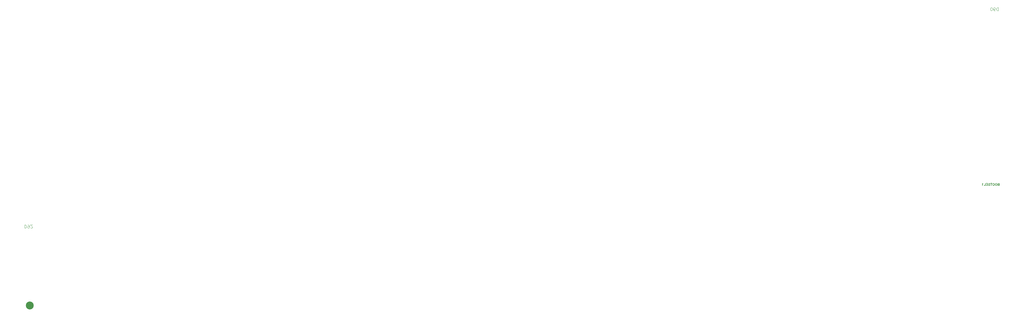
<source format=gbr>
%TF.GenerationSoftware,KiCad,Pcbnew,8.0.1*%
%TF.CreationDate,2025-07-12T18:26:11+09:00*%
%TF.ProjectId,lzIron_RP2040,6c7a4972-6f6e-45f5-9250-323034302e6b,rev?*%
%TF.SameCoordinates,Original*%
%TF.FileFunction,Legend,Bot*%
%TF.FilePolarity,Positive*%
%FSLAX46Y46*%
G04 Gerber Fmt 4.6, Leading zero omitted, Abs format (unit mm)*
G04 Created by KiCad (PCBNEW 8.0.1) date 2025-07-12 18:26:11*
%MOMM*%
%LPD*%
G01*
G04 APERTURE LIST*
%ADD10C,0.100000*%
%ADD11C,2.500000*%
G04 APERTURE END LIST*
D10*
G36*
X302734829Y-111041651D02*
G01*
X302764009Y-111067978D01*
X302777689Y-111105252D01*
X302778115Y-111113545D01*
X302778115Y-111719072D01*
X302768148Y-111758634D01*
X302741660Y-111787813D01*
X302703765Y-111801493D01*
X302695268Y-111801919D01*
X302360362Y-111801919D01*
X302316199Y-111797495D01*
X302275020Y-111784804D01*
X302237720Y-111764722D01*
X302205194Y-111738123D01*
X302178338Y-111705882D01*
X302158046Y-111668874D01*
X302145215Y-111627973D01*
X302140739Y-111584055D01*
X302142170Y-111569400D01*
X302304284Y-111569400D01*
X302312340Y-111608715D01*
X302334629Y-111641630D01*
X302368326Y-111666012D01*
X302410611Y-111679724D01*
X302437542Y-111681947D01*
X302578813Y-111681947D01*
X302606754Y-111658695D01*
X302606754Y-111480300D01*
X302578813Y-111456853D01*
X302437542Y-111456853D01*
X302397818Y-111461898D01*
X302357699Y-111479161D01*
X302326973Y-111506398D01*
X302308463Y-111541215D01*
X302304284Y-111569400D01*
X302142170Y-111569400D01*
X302144861Y-111541836D01*
X302156658Y-111502341D01*
X302175271Y-111466395D01*
X302199842Y-111434825D01*
X302229514Y-111408460D01*
X302240390Y-111400970D01*
X302242734Y-111367362D01*
X302214573Y-111338313D01*
X302193007Y-111303786D01*
X302179207Y-111264899D01*
X302177683Y-111251689D01*
X302334570Y-111251689D01*
X302343997Y-111291378D01*
X302369692Y-111323448D01*
X302407769Y-111344892D01*
X302448192Y-111352579D01*
X302454346Y-111352708D01*
X302582134Y-111352708D01*
X302606754Y-111331605D01*
X302606754Y-111171577D01*
X302582134Y-111150475D01*
X302454346Y-111150475D01*
X302413206Y-111156640D01*
X302373854Y-111176842D01*
X302346399Y-111207901D01*
X302334726Y-111246499D01*
X302334570Y-111251689D01*
X302177683Y-111251689D01*
X302174346Y-111222771D01*
X302180475Y-111175282D01*
X302197788Y-111132041D01*
X302224675Y-111094603D01*
X302259526Y-111064524D01*
X302300731Y-111043361D01*
X302346681Y-111032670D01*
X302366028Y-111031675D01*
X302695268Y-111031675D01*
X302734829Y-111041651D01*
G37*
G36*
X301745124Y-111011351D02*
G01*
X301796459Y-111024949D01*
X301844562Y-111046767D01*
X301888853Y-111076113D01*
X301928750Y-111112297D01*
X301963673Y-111154625D01*
X301993042Y-111202406D01*
X302016275Y-111254950D01*
X302028069Y-111292282D01*
X302036707Y-111331219D01*
X302042015Y-111371555D01*
X302043823Y-111413085D01*
X302042002Y-111454840D01*
X302036659Y-111495343D01*
X302027969Y-111534395D01*
X302016111Y-111571797D01*
X301992769Y-111624370D01*
X301963294Y-111672113D01*
X301928285Y-111714352D01*
X301888338Y-111750416D01*
X301844051Y-111779636D01*
X301796024Y-111801338D01*
X301744853Y-111814851D01*
X301691136Y-111819505D01*
X301637670Y-111814851D01*
X301586702Y-111801338D01*
X301538836Y-111779636D01*
X301494673Y-111750416D01*
X301454818Y-111714352D01*
X301419873Y-111672113D01*
X301390441Y-111624370D01*
X301367124Y-111571797D01*
X301355274Y-111534395D01*
X301346589Y-111495343D01*
X301341247Y-111454840D01*
X301339427Y-111413085D01*
X301491639Y-111413085D01*
X301493946Y-111453420D01*
X301503785Y-111504097D01*
X301520606Y-111550269D01*
X301543593Y-111590888D01*
X301571932Y-111624909D01*
X301604806Y-111651284D01*
X301641402Y-111668969D01*
X301680903Y-111676915D01*
X301691136Y-111677258D01*
X301731559Y-111671909D01*
X301769199Y-111656561D01*
X301803254Y-111632260D01*
X301832919Y-111600053D01*
X301857391Y-111560985D01*
X301875866Y-111516103D01*
X301887541Y-111466454D01*
X301891350Y-111426719D01*
X301891611Y-111413085D01*
X301889303Y-111373070D01*
X301879454Y-111322644D01*
X301862604Y-111276562D01*
X301839556Y-111235913D01*
X301811113Y-111201788D01*
X301778081Y-111175276D01*
X301741261Y-111157468D01*
X301701459Y-111149453D01*
X301691136Y-111149107D01*
X301651036Y-111154503D01*
X301613638Y-111169965D01*
X301579757Y-111194403D01*
X301550208Y-111226727D01*
X301525807Y-111265847D01*
X301507368Y-111310674D01*
X301495707Y-111360116D01*
X301491899Y-111399571D01*
X301491639Y-111413085D01*
X301339427Y-111413085D01*
X301341247Y-111371555D01*
X301346589Y-111331219D01*
X301355274Y-111292282D01*
X301367124Y-111254950D01*
X301390441Y-111202406D01*
X301419873Y-111154625D01*
X301454818Y-111112297D01*
X301494673Y-111076113D01*
X301538836Y-111046767D01*
X301586702Y-111024949D01*
X301637670Y-111011351D01*
X301691136Y-111006665D01*
X301745124Y-111011351D01*
G37*
G36*
X300958075Y-111011351D02*
G01*
X301009411Y-111024949D01*
X301057514Y-111046767D01*
X301101805Y-111076113D01*
X301141702Y-111112297D01*
X301176625Y-111154625D01*
X301205994Y-111202406D01*
X301229227Y-111254950D01*
X301241021Y-111292282D01*
X301249659Y-111331219D01*
X301254967Y-111371555D01*
X301256775Y-111413085D01*
X301254954Y-111454840D01*
X301249611Y-111495343D01*
X301240921Y-111534395D01*
X301229062Y-111571797D01*
X301205721Y-111624370D01*
X301176246Y-111672113D01*
X301141237Y-111714352D01*
X301101289Y-111750416D01*
X301057003Y-111779636D01*
X301008976Y-111801338D01*
X300957805Y-111814851D01*
X300904088Y-111819505D01*
X300850622Y-111814851D01*
X300799654Y-111801338D01*
X300751787Y-111779636D01*
X300707625Y-111750416D01*
X300667770Y-111714352D01*
X300632825Y-111672113D01*
X300603393Y-111624370D01*
X300580076Y-111571797D01*
X300568226Y-111534395D01*
X300559541Y-111495343D01*
X300554199Y-111454840D01*
X300552378Y-111413085D01*
X300704591Y-111413085D01*
X300706898Y-111453420D01*
X300716737Y-111504097D01*
X300733558Y-111550269D01*
X300756545Y-111590888D01*
X300784884Y-111624909D01*
X300817758Y-111651284D01*
X300854353Y-111668969D01*
X300893854Y-111676915D01*
X300904088Y-111677258D01*
X300944511Y-111671909D01*
X300982151Y-111656561D01*
X301016206Y-111632260D01*
X301045871Y-111600053D01*
X301070343Y-111560985D01*
X301088818Y-111516103D01*
X301100493Y-111466454D01*
X301104302Y-111426719D01*
X301104563Y-111413085D01*
X301102254Y-111373070D01*
X301092406Y-111322644D01*
X301075556Y-111276562D01*
X301052507Y-111235913D01*
X301024065Y-111201788D01*
X300991032Y-111175276D01*
X300954213Y-111157468D01*
X300914411Y-111149453D01*
X300904088Y-111149107D01*
X300863988Y-111154503D01*
X300826590Y-111169965D01*
X300792709Y-111194403D01*
X300763160Y-111226727D01*
X300738759Y-111265847D01*
X300720320Y-111310674D01*
X300708659Y-111360116D01*
X300704851Y-111399571D01*
X300704591Y-111413085D01*
X300552378Y-111413085D01*
X300554199Y-111371555D01*
X300559541Y-111331219D01*
X300568226Y-111292282D01*
X300580076Y-111254950D01*
X300603393Y-111202406D01*
X300632825Y-111154625D01*
X300667770Y-111112297D01*
X300707625Y-111076113D01*
X300751787Y-111046767D01*
X300799654Y-111024949D01*
X300850622Y-111011351D01*
X300904088Y-111006665D01*
X300958075Y-111011351D01*
G37*
G36*
X299967954Y-110994159D02*
G01*
X300408177Y-110994159D01*
X300446721Y-111004100D01*
X300477234Y-111033454D01*
X300488771Y-111070792D01*
X300488875Y-111074857D01*
X300479171Y-111113759D01*
X300450101Y-111144811D01*
X300412346Y-111156620D01*
X300408177Y-111156727D01*
X300296217Y-111156727D01*
X300268275Y-111184669D01*
X300268275Y-111725715D01*
X300258571Y-111764486D01*
X300229501Y-111795482D01*
X300191746Y-111807283D01*
X300187577Y-111807390D01*
X300148762Y-111797460D01*
X300117669Y-111767906D01*
X300105815Y-111729887D01*
X300105707Y-111725715D01*
X300105707Y-111184669D01*
X300077766Y-111156727D01*
X299967954Y-111156727D01*
X299929184Y-111147023D01*
X299898188Y-111117953D01*
X299886387Y-111080198D01*
X299886279Y-111076030D01*
X299896210Y-111037214D01*
X299925764Y-111006121D01*
X299963783Y-110994267D01*
X299967954Y-110994159D01*
G37*
G36*
X299233467Y-111578193D02*
G01*
X299238433Y-111530626D01*
X299252528Y-111487371D01*
X299274550Y-111449220D01*
X299303296Y-111416964D01*
X299337562Y-111391395D01*
X299376145Y-111373304D01*
X299392518Y-111368339D01*
X299437230Y-111357583D01*
X299479947Y-111347127D01*
X299525032Y-111334586D01*
X299568971Y-111319557D01*
X299608248Y-111301632D01*
X299645435Y-111274538D01*
X299663530Y-111234103D01*
X299652912Y-111194112D01*
X299625645Y-111165524D01*
X299588022Y-111148512D01*
X299545549Y-111141584D01*
X299529294Y-111141096D01*
X299490329Y-111145792D01*
X299454080Y-111160983D01*
X299423415Y-111186552D01*
X299400623Y-111219084D01*
X299397012Y-111226092D01*
X299371953Y-111257911D01*
X299333725Y-111270701D01*
X299295841Y-111260922D01*
X299282706Y-111252471D01*
X299261291Y-111219613D01*
X299256606Y-111180070D01*
X299267218Y-111140372D01*
X299290759Y-111105412D01*
X299296189Y-111099672D01*
X299328748Y-111070422D01*
X299362053Y-111047364D01*
X299397365Y-111029993D01*
X299435945Y-111017803D01*
X299479055Y-111010290D01*
X299527956Y-111006947D01*
X299549420Y-111006665D01*
X299592731Y-111010244D01*
X299637259Y-111020794D01*
X299680847Y-111038030D01*
X299721342Y-111061668D01*
X299756589Y-111091424D01*
X299784433Y-111127015D01*
X299802720Y-111168156D01*
X299809294Y-111214564D01*
X299805209Y-111264929D01*
X299793640Y-111308096D01*
X299775611Y-111344727D01*
X299743297Y-111384552D01*
X299703756Y-111415512D01*
X299659419Y-111439181D01*
X299612718Y-111457132D01*
X299566084Y-111470938D01*
X299532616Y-111479519D01*
X299489689Y-111493007D01*
X299450926Y-111511341D01*
X299418798Y-111534296D01*
X299393001Y-111566619D01*
X299383530Y-111604571D01*
X299396066Y-111646224D01*
X299430034Y-111675182D01*
X299473046Y-111690610D01*
X299516875Y-111696816D01*
X299540432Y-111697579D01*
X299585080Y-111692861D01*
X299625143Y-111677469D01*
X299657127Y-111651184D01*
X299678511Y-111616853D01*
X299681506Y-111609260D01*
X299703223Y-111572809D01*
X299737877Y-111553200D01*
X299779008Y-111555332D01*
X299813934Y-111578561D01*
X299825324Y-111616480D01*
X299817329Y-111657462D01*
X299812616Y-111668856D01*
X299791294Y-111705398D01*
X299764411Y-111736578D01*
X299732193Y-111762547D01*
X299694866Y-111783454D01*
X299652658Y-111799453D01*
X299605794Y-111810694D01*
X299554502Y-111817327D01*
X299513263Y-111819370D01*
X299499008Y-111819505D01*
X299450244Y-111816173D01*
X299406661Y-111806679D01*
X299368176Y-111791774D01*
X299324646Y-111764782D01*
X299289829Y-111731289D01*
X299263526Y-111693076D01*
X299245538Y-111651923D01*
X299235666Y-111609613D01*
X299233467Y-111578193D01*
G37*
G36*
X298612504Y-111675108D02*
G01*
X298920641Y-111675108D01*
X298948582Y-111647167D01*
X298948582Y-111491829D01*
X298920641Y-111463887D01*
X298690857Y-111463887D01*
X298650994Y-111451491D01*
X298624857Y-111419456D01*
X298619147Y-111391005D01*
X298631533Y-111351142D01*
X298663166Y-111325005D01*
X298690857Y-111319295D01*
X298920641Y-111319295D01*
X298948582Y-111291354D01*
X298948582Y-111179198D01*
X298920641Y-111151256D01*
X298612504Y-111151256D01*
X298572555Y-111138861D01*
X298546476Y-111106825D01*
X298540794Y-111078374D01*
X298553128Y-111038512D01*
X298584731Y-111012374D01*
X298612504Y-111006665D01*
X299030257Y-111006665D01*
X299068887Y-111016641D01*
X299099359Y-111046291D01*
X299110851Y-111084363D01*
X299110955Y-111088535D01*
X299110955Y-111737830D01*
X299101290Y-111776600D01*
X299072267Y-111807596D01*
X299034443Y-111819397D01*
X299030257Y-111819505D01*
X298612504Y-111819505D01*
X298572555Y-111807181D01*
X298546476Y-111775651D01*
X298540794Y-111747990D01*
X298551253Y-111710112D01*
X298581559Y-111682262D01*
X298612504Y-111675108D01*
G37*
G36*
X298409099Y-111737830D02*
G01*
X298399168Y-111776600D01*
X298369614Y-111807596D01*
X298331595Y-111819397D01*
X298327424Y-111819505D01*
X297892672Y-111819505D01*
X297853901Y-111809574D01*
X297822905Y-111780020D01*
X297811104Y-111742001D01*
X297810997Y-111737830D01*
X297820927Y-111699286D01*
X297850481Y-111668774D01*
X297888500Y-111657237D01*
X297892672Y-111657132D01*
X298218785Y-111657132D01*
X298246726Y-111629191D01*
X298246726Y-111088144D01*
X298256657Y-111049374D01*
X298286210Y-111018378D01*
X298324230Y-111006576D01*
X298328401Y-111006469D01*
X298367031Y-111016400D01*
X298397502Y-111045954D01*
X298408995Y-111083973D01*
X298409099Y-111088144D01*
X298409099Y-111737830D01*
G37*
G36*
X297495826Y-111737830D02*
G01*
X297486161Y-111776600D01*
X297457138Y-111807596D01*
X297419313Y-111819397D01*
X297415128Y-111819505D01*
X297376357Y-111809574D01*
X297345362Y-111780020D01*
X297333560Y-111742001D01*
X297333453Y-111737830D01*
X297333453Y-111088144D01*
X297342906Y-111048410D01*
X297372621Y-111021840D01*
X297406140Y-111015457D01*
X297447327Y-111024259D01*
X297476354Y-111051311D01*
X297497975Y-111085995D01*
X297525892Y-111115124D01*
X297559229Y-111136140D01*
X297592155Y-111149889D01*
X297625833Y-111172045D01*
X297646486Y-111207464D01*
X297648233Y-111220426D01*
X297632846Y-111257648D01*
X297597822Y-111278653D01*
X297557644Y-111282044D01*
X297521618Y-111281975D01*
X297495996Y-111313360D01*
X297495826Y-111325743D01*
X297495826Y-111737830D01*
G37*
X-5089285Y-124217580D02*
X-5089285Y-125217580D01*
X-5089285Y-125217580D02*
X-4851190Y-125217580D01*
X-4851190Y-125217580D02*
X-4708333Y-125169961D01*
X-4708333Y-125169961D02*
X-4613095Y-125074723D01*
X-4613095Y-125074723D02*
X-4565476Y-124979485D01*
X-4565476Y-124979485D02*
X-4517857Y-124789009D01*
X-4517857Y-124789009D02*
X-4517857Y-124646152D01*
X-4517857Y-124646152D02*
X-4565476Y-124455676D01*
X-4565476Y-124455676D02*
X-4613095Y-124360438D01*
X-4613095Y-124360438D02*
X-4708333Y-124265200D01*
X-4708333Y-124265200D02*
X-4851190Y-124217580D01*
X-4851190Y-124217580D02*
X-5089285Y-124217580D01*
X-4041666Y-124217580D02*
X-3851190Y-124217580D01*
X-3851190Y-124217580D02*
X-3755952Y-124265200D01*
X-3755952Y-124265200D02*
X-3708333Y-124312819D01*
X-3708333Y-124312819D02*
X-3613095Y-124455676D01*
X-3613095Y-124455676D02*
X-3565476Y-124646152D01*
X-3565476Y-124646152D02*
X-3565476Y-125027104D01*
X-3565476Y-125027104D02*
X-3613095Y-125122342D01*
X-3613095Y-125122342D02*
X-3660714Y-125169961D01*
X-3660714Y-125169961D02*
X-3755952Y-125217580D01*
X-3755952Y-125217580D02*
X-3946428Y-125217580D01*
X-3946428Y-125217580D02*
X-4041666Y-125169961D01*
X-4041666Y-125169961D02*
X-4089285Y-125122342D01*
X-4089285Y-125122342D02*
X-4136904Y-125027104D01*
X-4136904Y-125027104D02*
X-4136904Y-124789009D01*
X-4136904Y-124789009D02*
X-4089285Y-124693771D01*
X-4089285Y-124693771D02*
X-4041666Y-124646152D01*
X-4041666Y-124646152D02*
X-3946428Y-124598533D01*
X-3946428Y-124598533D02*
X-3755952Y-124598533D01*
X-3755952Y-124598533D02*
X-3660714Y-124646152D01*
X-3660714Y-124646152D02*
X-3613095Y-124693771D01*
X-3613095Y-124693771D02*
X-3565476Y-124789009D01*
X-3184523Y-125122342D02*
X-3136904Y-125169961D01*
X-3136904Y-125169961D02*
X-3041666Y-125217580D01*
X-3041666Y-125217580D02*
X-2803571Y-125217580D01*
X-2803571Y-125217580D02*
X-2708333Y-125169961D01*
X-2708333Y-125169961D02*
X-2660714Y-125122342D01*
X-2660714Y-125122342D02*
X-2613095Y-125027104D01*
X-2613095Y-125027104D02*
X-2613095Y-124931866D01*
X-2613095Y-124931866D02*
X-2660714Y-124789009D01*
X-2660714Y-124789009D02*
X-3232142Y-124217580D01*
X-3232142Y-124217580D02*
X-2613095Y-124217580D01*
X302389285Y-56532419D02*
X302389285Y-55532419D01*
X302389285Y-55532419D02*
X302151190Y-55532419D01*
X302151190Y-55532419D02*
X302008333Y-55580038D01*
X302008333Y-55580038D02*
X301913095Y-55675276D01*
X301913095Y-55675276D02*
X301865476Y-55770514D01*
X301865476Y-55770514D02*
X301817857Y-55960990D01*
X301817857Y-55960990D02*
X301817857Y-56103847D01*
X301817857Y-56103847D02*
X301865476Y-56294323D01*
X301865476Y-56294323D02*
X301913095Y-56389561D01*
X301913095Y-56389561D02*
X302008333Y-56484800D01*
X302008333Y-56484800D02*
X302151190Y-56532419D01*
X302151190Y-56532419D02*
X302389285Y-56532419D01*
X301341666Y-56532419D02*
X301151190Y-56532419D01*
X301151190Y-56532419D02*
X301055952Y-56484800D01*
X301055952Y-56484800D02*
X301008333Y-56437180D01*
X301008333Y-56437180D02*
X300913095Y-56294323D01*
X300913095Y-56294323D02*
X300865476Y-56103847D01*
X300865476Y-56103847D02*
X300865476Y-55722895D01*
X300865476Y-55722895D02*
X300913095Y-55627657D01*
X300913095Y-55627657D02*
X300960714Y-55580038D01*
X300960714Y-55580038D02*
X301055952Y-55532419D01*
X301055952Y-55532419D02*
X301246428Y-55532419D01*
X301246428Y-55532419D02*
X301341666Y-55580038D01*
X301341666Y-55580038D02*
X301389285Y-55627657D01*
X301389285Y-55627657D02*
X301436904Y-55722895D01*
X301436904Y-55722895D02*
X301436904Y-55960990D01*
X301436904Y-55960990D02*
X301389285Y-56056228D01*
X301389285Y-56056228D02*
X301341666Y-56103847D01*
X301341666Y-56103847D02*
X301246428Y-56151466D01*
X301246428Y-56151466D02*
X301055952Y-56151466D01*
X301055952Y-56151466D02*
X300960714Y-56103847D01*
X300960714Y-56103847D02*
X300913095Y-56056228D01*
X300913095Y-56056228D02*
X300865476Y-55960990D01*
X300246428Y-55532419D02*
X300151190Y-55532419D01*
X300151190Y-55532419D02*
X300055952Y-55580038D01*
X300055952Y-55580038D02*
X300008333Y-55627657D01*
X300008333Y-55627657D02*
X299960714Y-55722895D01*
X299960714Y-55722895D02*
X299913095Y-55913371D01*
X299913095Y-55913371D02*
X299913095Y-56151466D01*
X299913095Y-56151466D02*
X299960714Y-56341942D01*
X299960714Y-56341942D02*
X300008333Y-56437180D01*
X300008333Y-56437180D02*
X300055952Y-56484800D01*
X300055952Y-56484800D02*
X300151190Y-56532419D01*
X300151190Y-56532419D02*
X300246428Y-56532419D01*
X300246428Y-56532419D02*
X300341666Y-56484800D01*
X300341666Y-56484800D02*
X300389285Y-56437180D01*
X300389285Y-56437180D02*
X300436904Y-56341942D01*
X300436904Y-56341942D02*
X300484523Y-56151466D01*
X300484523Y-56151466D02*
X300484523Y-55913371D01*
X300484523Y-55913371D02*
X300436904Y-55722895D01*
X300436904Y-55722895D02*
X300389285Y-55627657D01*
X300389285Y-55627657D02*
X300341666Y-55580038D01*
X300341666Y-55580038D02*
X300246428Y-55532419D01*
D11*
%TO.C,MX79*%
X-3467500Y-149670000D03*
%TD*%
M02*

</source>
